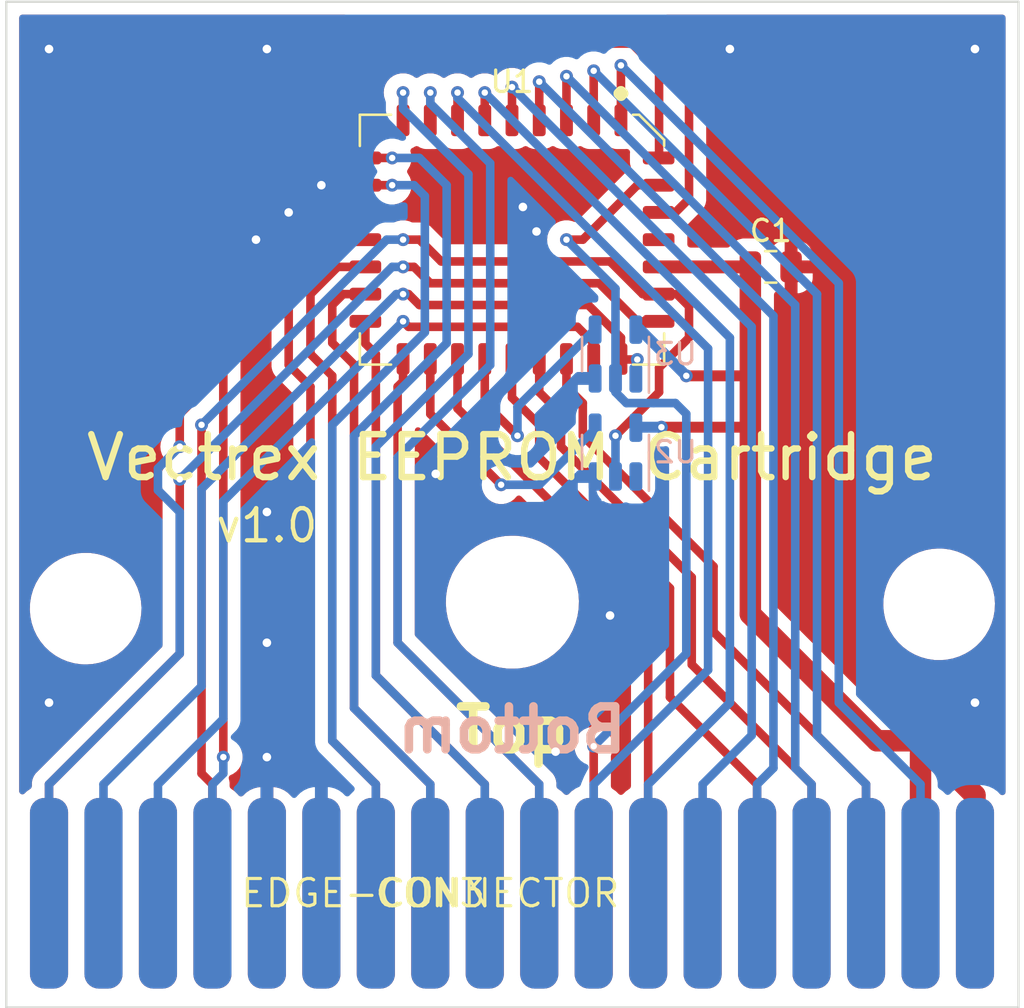
<source format=kicad_pcb>
(kicad_pcb (version 20211014) (generator pcbnew)
  (layers (0 "F.Cu" signal) (31 "B.Cu" signal) (34 "B.Paste" user) (35 "F.Paste" user) (36 "B.SilkS" user "B.Silkscreen") (37 "F.SilkS" user "F.Silkscreen") (38 "B.Mask" user) (39 "F.Mask" user) (44 "Edge.Cuts" user))
  (net 0 "")
  (net 1 "GND")
  (net 2 "+5V")
  (net 3 "/V-A7")
  (net 4 "/V-A6")
  (net 5 "/V-A8")
  (net 6 "/V-A5")
  (net 7 "/V-A9")
  (net 8 "/V-A4")
  (net 9 "/V-A11")
  (net 10 "/V-A3")
  (net 11 "/V-A2")
  (net 12 "/V-A10")
  (net 13 "/V-A1")
  (net 14 "/V-CE")
  (net 15 "/V-A0")
  (net 16 "/V-D7")
  (net 17 "/V-D0")
  (net 18 "/V-D6")
  (net 19 "/V-D1")
  (net 20 "/V-D5")
  (net 21 "/V-D2")
  (net 22 "/V-D4")
  (net 23 "/V-D3")
  (net 24 "/V-A12")
  (net 25 "/V-A13")
  (net 27 "/V-A14")
  (net 30 "/V-RW")
  (net 31 "/PB6")
  (net 32 "/IRQ")
  (net 34 "Net-(U1-Pad22)")
  (net 35 "Net-(U1-Pad24)")
  (footprint "Package_LCC:PLCC-32_11.4x14.0mm_P1.27mm" (layer "F.Cu") (at 157.48 83.82 -90)
    (fp_text reference "U1" (at -7.366 0 180) (layer "F.SilkS"))
    (fp_text value "SST39SF020")
    (fp_line (start -4.37 -7.095) (end -4.652782 -7.095) (layer "F.SilkS") (width 0.12))
    (fp_line (start -4.37 7.095) (end -5.825 7.095) (layer "F.SilkS") (width 0.12))
    (fp_line (start -5.825 -5.922782) (end -5.825 -5.64) (layer "F.SilkS") (width 0.12))
    (fp_line (start 4.37 7.095) (end 5.825 7.095) (layer "F.SilkS") (width 0.12))
    (fp_line (start -5.825 7.095) (end -5.825 5.64) (layer "F.SilkS") (width 0.12))
    (fp_line (start 5.825 7.095) (end 5.825 5.64) (layer "F.SilkS") (width 0.12))
    (fp_line (start -4.652782 -7.095) (end -5.825 -5.922782) (layer "F.SilkS") (width 0.12))
    (fp_line (start 4.37 -7.095) (end 5.825 -7.095) (layer "F.SilkS") (width 0.12))
    (fp_line (start 5.825 -7.095) (end 5.825 -5.64) (layer "F.SilkS") (width 0.12))
    (pad "1" smd roundrect (at 0 -6.8375 270) (size 0.6 1.475) (layers "F.Cu" "F.Paste" "F.Mask"))
    (pad "2" smd roundrect (at -1.27 -6.8375 270) (size 0.6 1.475) (layers "F.Cu" "F.Paste" "F.Mask") (net 31 "/PB6"))
    (pad "3" smd roundrect (at -2.54 -6.8375 270) (size 0.6 1.475) (layers "F.Cu" "F.Paste" "F.Mask") (net 14 "/V-CE"))
    (pad "4" smd roundrect (at -3.81 -6.8375 270) (size 0.6 1.475) (layers "F.Cu" "F.Paste" "F.Mask") (net 24 "/V-A12"))
    (pad "5" smd roundrect (at -5.5625 -5.08 270) (size 1.475 0.6) (layers "F.Cu" "F.Paste" "F.Mask") (net 3 "/V-A7"))
    (pad "6" smd roundrect (at -5.5625 -3.81 270) (size 1.475 0.6) (layers "F.Cu" "F.Paste" "F.Mask") (net 4 "/V-A6"))
    (pad "7" smd roundrect (at -5.5625 -2.54 270) (size 1.475 0.6) (layers "F.Cu" "F.Paste" "F.Mask") (net 6 "/V-A5"))
    (pad "8" smd roundrect (at -5.5625 -1.27 270) (size 1.475 0.6) (layers "F.Cu" "F.Paste" "F.Mask") (net 8 "/V-A4"))
    (pad "9" smd roundrect (at -5.5625 0 270) (size 1.475 0.6) (layers "F.Cu" "F.Paste" "F.Mask") (net 10 "/V-A3"))
    (pad "10" smd roundrect (at -5.5625 1.27 270) (size 1.475 0.6) (layers "F.Cu" "F.Paste" "F.Mask") (net 11 "/V-A2"))
    (pad "11" smd roundrect (at -5.5625 2.54 270) (size 1.475 0.6) (layers "F.Cu" "F.Paste" "F.Mask") (net 13 "/V-A1"))
    (pad "12" smd roundrect (at -5.5625 3.81 270) (size 1.475 0.6) (layers "F.Cu" "F.Paste" "F.Mask") (net 15 "/V-A0"))
    (pad "13" smd roundrect (at -5.5625 5.08 270) (size 1.475 0.6) (layers "F.Cu" "F.Paste" "F.Mask") (net 17 "/V-D0"))
    (pad "14" smd roundrect (at -3.81 6.8375 270) (size 0.6 1.475) (layers "F.Cu" "F.Paste" "F.Mask") (net 19 "/V-D1"))
    (pad "15" smd roundrect (at -2.54 6.8375 270) (size 0.6 1.475) (layers "F.Cu" "F.Paste" "F.Mask") (net 21 "/V-D2"))
    (pad "16" smd roundrect (at -1.27 6.8375 270) (size 0.6 1.475) (layers "F.Cu" "F.Paste" "F.Mask") (net 1 "GND"))
    (pad "17" smd roundrect (at 0 6.8375 270) (size 0.6 1.475) (layers "F.Cu" "F.Paste" "F.Mask") (net 23 "/V-D3"))
    (pad "18" smd roundrect (at 1.27 6.8375 270) (size 0.6 1.475) (layers "F.Cu" "F.Paste" "F.Mask") (net 22 "/V-D4"))
    (pad "19" smd roundrect (at 2.54 6.8375 270) (size 0.6 1.475) (layers "F.Cu" "F.Paste" "F.Mask") (net 20 "/V-D5"))
    (pad "20" smd roundrect (at 3.81 6.8375 270) (size 0.6 1.475) (layers "F.Cu" "F.Paste" "F.Mask") (net 18 "/V-D6"))
    (pad "21" smd roundrect (at 5.5625 5.08 270) (size 1.475 0.6) (layers "F.Cu" "F.Paste" "F.Mask") (net 16 "/V-D7"))
    (pad "22" smd roundrect (at 5.5625 3.81 270) (size 1.475 0.6) (layers "F.Cu" "F.Paste" "F.Mask") (net 34 "Net-(U1-Pad22)"))
    (pad "23" smd roundrect (at 5.5625 2.54 270) (size 1.475 0.6) (layers "F.Cu" "F.Paste" "F.Mask") (net 12 "/V-A10"))
    (pad "24" smd roundrect (at 5.5625 1.27 270) (size 1.475 0.6) (layers "F.Cu" "F.Paste" "F.Mask") (net 35 "Net-(U1-Pad24)"))
    (pad "25" smd roundrect (at 5.5625 0 270) (size 1.475 0.6) (layers "F.Cu" "F.Paste" "F.Mask") (net 9 "/V-A11"))
    (pad "26" smd roundrect (at 5.5625 -1.27 270) (size 1.475 0.6) (layers "F.Cu" "F.Paste" "F.Mask") (net 7 "/V-A9"))
    (pad "27" smd roundrect (at 5.5625 -2.54 270) (size 1.475 0.6) (layers "F.Cu" "F.Paste" "F.Mask") (net 5 "/V-A8"))
    (pad "28" smd roundrect (at 5.5625 -3.81 270) (size 1.475 0.6) (layers "F.Cu" "F.Paste" "F.Mask") (net 25 "/V-A13"))
    (pad "29" smd roundrect (at 5.5625 -5.08 270) (size 1.475 0.6) (layers "F.Cu" "F.Paste" "F.Mask") (net 27 "/V-A14"))
    (pad "30" smd roundrect (at 3.81 -6.8375 270) (size 0.6 1.475) (layers "F.Cu" "F.Paste" "F.Mask") (net 32 "/IRQ"))
    (pad "31" smd roundrect (at 2.54 -6.8375 270) (size 0.6 1.475) (layers "F.Cu" "F.Paste" "F.Mask") (net 30 "/V-RW"))
    (pad "32" smd roundrect (at 1.27 -6.8375 270) (size 0.6 1.475) (layers "F.Cu" "F.Paste" "F.Mask") (net 2 "+5V"))
  )
  (footprint "vectrex:EDGE-CONNECTOR" (layer "F.Cu") (at 153.67 114.3 180)
    (fp_text reference "CON3" (at 0 0 180) (layer "F.SilkS") (effects (font (size 1.27 1.27))))
    (fp_text value "EDGE-CONNECTOR" (at 0 0 180) (layer "F.SilkS") (effects (font (size 1.27 1.27))))
    (pad "1" smd roundrect locked (at -25.4 0) (size 1.778 8.89) (layers "B.Cu" "B.Paste" "B.Mask") (roundrect_rratio 0.375))
    (pad "2" smd roundrect locked (at -25.4 0) (size 1.778 8.89) (layers "F.Cu" "F.Paste" "F.Mask") (roundrect_rratio 0.375) (net 2 "+5V"))
    (pad "3" smd roundrect locked (at -22.86 0) (size 1.778 8.89) (layers "B.Cu" "B.Paste" "B.Mask") (roundrect_rratio 0.375) (net 3 "/V-A7"))
    (pad "4" smd roundrect locked (at -22.86 0) (size 1.778 8.89) (layers "F.Cu" "F.Paste" "F.Mask") (roundrect_rratio 0.375) (net 2 "+5V"))
    (pad "5" smd roundrect locked (at -20.32 0) (size 1.778 8.89) (layers "B.Cu" "B.Paste" "B.Mask") (roundrect_rratio 0.375) (net 4 "/V-A6"))
    (pad "6" smd roundrect locked (at -20.32 0) (size 1.778 8.89) (layers "F.Cu" "F.Paste" "F.Mask") (roundrect_rratio 0.375) (net 5 "/V-A8"))
    (pad "7" smd roundrect locked (at -17.78 0) (size 1.778 8.89) (layers "B.Cu" "B.Paste" "B.Mask") (roundrect_rratio 0.375) (net 6 "/V-A5"))
    (pad "8" smd roundrect locked (at -17.78 0) (size 1.778 8.89) (layers "F.Cu" "F.Paste" "F.Mask") (roundrect_rratio 0.375) (net 7 "/V-A9"))
    (pad "9" smd roundrect locked (at -15.24 0) (size 1.778 8.89) (layers "B.Cu" "B.Paste" "B.Mask") (roundrect_rratio 0.375) (net 8 "/V-A4"))
    (pad "10" smd roundrect locked (at -15.24 0) (size 1.778 8.89) (layers "F.Cu" "F.Paste" "F.Mask") (roundrect_rratio 0.375) (net 9 "/V-A11"))
    (pad "11" smd roundrect locked (at -12.7 0) (size 1.778 8.89) (layers "B.Cu" "B.Paste" "B.Mask") (roundrect_rratio 0.375) (net 10 "/V-A3"))
    (pad "12" smd roundrect locked (at -12.7 0) (size 1.778 8.89) (layers "F.Cu" "F.Paste" "F.Mask") (roundrect_rratio 0.375))
    (pad "13" smd roundrect locked (at -10.16 0) (size 1.778 8.89) (layers "B.Cu" "B.Paste" "B.Mask") (roundrect_rratio 0.375) (net 11 "/V-A2"))
    (pad "14" smd roundrect locked (at -10.16 0) (size 1.778 8.89) (layers "F.Cu" "F.Paste" "F.Mask") (roundrect_rratio 0.375) (net 12 "/V-A10"))
    (pad "15" smd roundrect locked (at -7.62 0) (size 1.778 8.89) (layers "B.Cu" "B.Paste" "B.Mask") (roundrect_rratio 0.375) (net 13 "/V-A1"))
    (pad "16" smd roundrect locked (at -7.62 0) (size 1.778 8.89) (layers "F.Cu" "F.Paste" "F.Mask") (roundrect_rratio 0.375) (net 14 "/V-CE"))
    (pad "17" smd roundrect locked (at -5.08 0) (size 1.778 8.89) (layers "B.Cu" "B.Paste" "B.Mask") (roundrect_rratio 0.375) (net 15 "/V-A0"))
    (pad "18" smd roundrect locked (at -5.08 0) (size 1.778 8.89) (layers "F.Cu" "F.Paste" "F.Mask") (roundrect_rratio 0.375) (net 16 "/V-D7"))
    (pad "19" smd roundrect locked (at -2.54 0) (size 1.778 8.89) (layers "B.Cu" "B.Paste" "B.Mask") (roundrect_rratio 0.375) (net 17 "/V-D0"))
    (pad "20" smd roundrect locked (at -2.54 0) (size 1.778 8.89) (layers "F.Cu" "F.Paste" "F.Mask") (roundrect_rratio 0.375) (net 18 "/V-D6"))
    (pad "21" smd roundrect locked (at 0 0) (size 1.778 8.89) (layers "B.Cu" "B.Paste" "B.Mask") (roundrect_rratio 0.375) (net 19 "/V-D1"))
    (pad "22" smd roundrect locked (at 0 0) (size 1.778 8.89) (layers "F.Cu" "F.Paste" "F.Mask") (roundrect_rratio 0.375) (net 20 "/V-D5"))
    (pad "23" smd roundrect locked (at 2.54 0) (size 1.778 8.89) (layers "B.Cu" "B.Paste" "B.Mask") (roundrect_rratio 0.375) (net 21 "/V-D2"))
    (pad "24" smd roundrect locked (at 2.54 0) (size 1.778 8.89) (layers "F.Cu" "F.Paste" "F.Mask") (roundrect_rratio 0.375) (net 22 "/V-D4"))
    (pad "25" smd roundrect locked (at 5.08 0) (size 1.778 8.89) (layers "B.Cu" "B.Paste" "B.Mask") (roundrect_rratio 0.375) (net 1 "GND"))
    (pad "26" smd roundrect locked (at 5.08 0) (size 1.778 8.89) (layers "F.Cu" "F.Paste" "F.Mask") (roundrect_rratio 0.375) (net 23 "/V-D3"))
    (pad "27" smd roundrect locked (at 7.62 0) (size 1.778 8.89) (layers "B.Cu" "B.Paste" "B.Mask") (roundrect_rratio 0.375) (net 1 "GND"))
    (pad "28" smd roundrect locked (at 7.62 0) (size 1.778 8.89) (layers "F.Cu" "F.Paste" "F.Mask") (roundrect_rratio 0.375) (net 1 "GND"))
    (pad "29" smd roundrect locked (at 10.16 0) (size 1.778 8.89) (layers "B.Cu" "B.Paste" "B.Mask") (roundrect_rratio 0.375) (net 24 "/V-A12"))
    (pad "30" smd roundrect locked (at 10.16 0) (size 1.778 8.89) (layers "F.Cu" "F.Paste" "F.Mask") (roundrect_rratio 0.375) (net 30 "/V-RW"))
    (pad "31" smd roundrect locked (at 12.7 0) (size 1.778 8.89) (layers "B.Cu" "B.Paste" "B.Mask") (roundrect_rratio 0.375) (net 25 "/V-A13"))
    (pad "32" smd roundrect locked (at 12.7 0) (size 1.778 8.89) (layers "F.Cu" "F.Paste" "F.Mask") (roundrect_rratio 0.375))
    (pad "33" smd roundrect locked (at 15.24 0) (size 1.778 8.89) (layers "B.Cu" "B.Paste" "B.Mask") (roundrect_rratio 0.375) (net 27 "/V-A14"))
    (pad "34" smd roundrect locked (at 15.24 0) (size 1.778 8.89) (layers "F.Cu" "F.Paste" "F.Mask") (roundrect_rratio 0.375))
    (pad "35" smd roundrect locked (at 17.78 0) (size 1.778 8.89) (layers "B.Cu" "B.Paste" "B.Mask") (roundrect_rratio 0.375) (net 31 "/PB6"))
    (pad "36" smd roundrect locked (at 17.78 0) (size 1.778 8.89) (layers "F.Cu" "F.Paste" "F.Mask") (roundrect_rratio 0.375) (net 32 "/IRQ"))
  )
  (footprint "" (layer "F.Cu") (at 177.398 100.8256 -90)
    (fp_text reference "@HOLE1" hide)
    (fp_text value "" (at 0 0 90) (layer "F.SilkS") (effects (font (size 1.27 1.27))))
    (pad "" np_thru_hole circle locked (at 0 0 270) (size 4 4) (drill 4) (layers *.Cu *.Mask))
  )
  (footprint "" (layer "F.Cu") (at 157.498 100.7256 -90)
    (fp_text reference "@HOLE0" hide)
    (fp_text value "" (at 0 0 90) (layer "F.SilkS") (effects (font (size 1.27 1.27))))
    (pad "" np_thru_hole circle locked (at 0 0 270) (size 5 5) (drill 5) (layers *.Cu *.Mask))
  )
  (footprint "" (layer "F.Cu") (at 137.598 101.0256 -90)
    (fp_text reference "@HOLE2" hide)
    (fp_text value "" (at 0 0 90) (layer "F.SilkS") (effects (font (size 1.27 1.27))))
    (pad "" np_thru_hole circle locked (at 0 0 270) (size 4 4) (drill 4) (layers *.Cu *.Mask))
  )
  (footprint "Capacitor_SMD:C_0805_2012Metric" (layer "F.Cu") (at 169.545 85.09)
    (fp_text reference "C1" (at 0 -1.68) (layer "F.SilkS"))
    (fp_text value "100n")
    (fp_line (start -0.261252 -0.735) (end 0.261252 -0.735) (layer "F.SilkS") (width 0.12))
    (fp_line (start -0.261252 0.735) (end 0.261252 0.735) (layer "F.SilkS") (width 0.12))
    (pad "1" smd roundrect locked (at -0.95 0) (size 1 1.45) (layers "F.Cu" "F.Paste" "F.Mask") (net 2 "+5V"))
    (pad "2" smd roundrect locked (at 0.95 0) (size 1 1.45) (layers "F.Cu" "F.Paste" "F.Mask") (net 1 "GND"))
  )
  (footprint "Package_TO_SOT_SMD:SOT-23-5" (layer "B.Cu") (at 162.306 93.726 90)
    (fp_text reference "U2" (at 0 2.794) (layer "B.SilkS") (effects (justify mirror)))
    (fp_text value "74AHC1G04")
    (fp_line (start 0 -1.56) (end -0.8 -1.56) (layer "B.SilkS") (width 0.12))
    (fp_line (start 0 -1.56) (end 0.8 -1.56) (layer "B.SilkS") (width 0.12))
    (fp_line (start 0 1.56) (end 0.8 1.56) (layer "B.SilkS") (width 0.12))
    (fp_line (start 0 1.56) (end -1.8 1.56) (layer "B.SilkS") (width 0.12))
    (pad "1" smd roundrect (at -1.1375 0.95 90) (size 1.325 0.6) (layers "B.Cu" "B.Paste" "B.Mask"))
    (pad "2" smd roundrect (at -1.1375 0 90) (size 1.325 0.6) (layers "B.Cu" "B.Paste" "B.Mask") (net 30 "/V-RW"))
    (pad "3" smd roundrect (at -1.1375 -0.95 90) (size 1.325 0.6) (layers "B.Cu" "B.Paste" "B.Mask") (net 1 "GND"))
    (pad "4" smd roundrect (at 1.1375 -0.95 90) (size 1.325 0.6) (layers "B.Cu" "B.Paste" "B.Mask") (net 34 "Net-(U1-Pad22)"))
    (pad "5" smd roundrect (at 1.1375 0.95 90) (size 1.325 0.6) (layers "B.Cu" "B.Paste" "B.Mask") (net 2 "+5V"))
  )
  (footprint "Package_TO_SOT_SMD:SOT-23-5" (layer "B.Cu") (at 162.306 89.154 90)
    (fp_text reference "U3" (at 0 2.794) (layer "B.SilkS") (effects (justify mirror)))
    (fp_text value "74AHC1G08")
    (fp_line (start 0 -1.56) (end 0.8 -1.56) (layer "B.SilkS") (width 0.12))
    (fp_line (start 0 1.56) (end -1.8 1.56) (layer "B.SilkS") (width 0.12))
    (fp_line (start 0 -1.56) (end -0.8 -1.56) (layer "B.SilkS") (width 0.12))
    (fp_line (start 0 1.56) (end 0.8 1.56) (layer "B.SilkS") (width 0.12))
    (pad "1" smd roundrect (at -1.1375 0.95 90) (size 1.325 0.6) (layers "B.Cu" "B.Paste" "B.Mask") (net 27 "/V-A14"))
    (pad "2" smd roundrect (at -1.1375 0 90) (size 1.325 0.6) (layers "B.Cu" "B.Paste" "B.Mask") (net 14 "/V-CE"))
    (pad "3" smd roundrect (at -1.1375 -0.95 90) (size 1.325 0.6) (layers "B.Cu" "B.Paste" "B.Mask") (net 1 "GND"))
    (pad "4" smd roundrect (at 1.1375 -0.95 90) (size 1.325 0.6) (layers "B.Cu" "B.Paste" "B.Mask") (net 35 "Net-(U1-Pad24)"))
    (pad "5" smd roundrect (at 1.1375 0.95 90) (size 1.325 0.6) (layers "B.Cu" "B.Paste" "B.Mask") (net 2 "+5V"))
  )
  (gr_line locked (start 181.098 72.7256) (end 133.898 72.7256) (layer "Edge.Cuts") (width 0.1))
  (gr_line locked (start 181.098 119.6256) (end 181.098 72.7256) (layer "Edge.Cuts") (width 0.1))
  (gr_line locked (start 133.898 119.6256) (end 181.098 119.6256) (layer "Edge.Cuts") (width 0.1))
  (gr_line locked (start 133.898 72.7256) (end 133.898 119.6256) (layer "Edge.Cuts") (width 0.1))
  (gr_text "Bottom" (at 157.48 106.68) (layer "B.SilkS") (effects (font (size 2 2) (thickness 0.4)) (justify mirror)))
  (gr_text "Top" (at 157.48 106.68) (layer "F.SilkS") (effects (font (size 2 2) (thickness 0.4))))
  (gr_text "v1.0" (at 146.05 97.155) (layer "F.SilkS") (effects (font (size 1.5 1.5) (thickness 0.2))))
  (gr_text "." (at 162.56 76.2) (layer "F.SilkS") (effects (font (size 2 2) (thickness 0.5))))
  (gr_text "Vectrex EEPROM Cartridge" (at 157.48 93.98) (layer "F.SilkS") (effects (font (size 2 2) (thickness 0.3))))
  (via (at 179.07 74.93) (size 0.8) (drill 0.4) (layers "F.Cu" "B.Cu") (net 1))
  (via (at 179.07 105.41) (size 0.8) (drill 0.4) (layers "F.Cu" "B.Cu") (net 1))
  (via (at 162.052 101.346) (size 0.8) (drill 0.4) (layers "F.Cu" "B.Cu") (net 1))
  (via (at 135.89 74.93) (size 0.8) (drill 0.4) (layers "F.Cu" "B.Cu") (net 1))
  (via (at 146.05 102.616) (size 0.8) (drill 0.4) (layers "F.Cu" "B.Cu") (net 1))
  (via (at 153.924 94.742) (size 0.8) (drill 0.4) (layers "F.Cu" "B.Cu") (net 1))
  (via (at 157.988 82.296) (size 0.8) (drill 0.4) (layers "F.Cu" "B.Cu") (net 1))
  (via (at 148.59 81.28) (size 0.8) (drill 0.4) (layers "F.Cu" "B.Cu") (net 1))
  (via (at 167.64 74.93) (size 0.8) (drill 0.4) (layers "F.Cu" "B.Cu") (net 1))
  (via (at 147.066 82.55) (size 0.8) (drill 0.4) (layers "F.Cu" "B.Cu") (net 1))
  (via (at 135.89 105.41) (size 0.8) (drill 0.4) (layers "F.Cu" "B.Cu") (net 1))
  (via (at 159.512 107.696) (size 0.8) (drill 0.4) (layers "F.Cu" "B.Cu") (net 1))
  (via (at 145.542 83.82) (size 0.8) (drill 0.4) (layers "F.Cu" "B.Cu") (net 1))
  (via (at 146.05 74.93) (size 0.8) (drill 0.4) (layers "F.Cu" "B.Cu") (net 1))
  (via (at 146.05 96.52) (size 0.8) (drill 0.4) (layers "F.Cu" "B.Cu") (net 1))
  (via (at 158.623 83.439) (size 0.8) (drill 0.4) (layers "F.Cu" "B.Cu") (net 1))
  (via (at 146.05 107.95) (size 0.8) (drill 0.4) (layers "F.Cu" "B.Cu") (net 1))
  (segment (start 176.53 107.188) (end 176.53 114.3) (width 1) (layer "F.Cu") (net 2))
  (segment (start 164.448 92.566) (end 168.275 92.566) (width 0.51) (layer "F.Cu") (net 2))
  (segment (start 165.608 90.17) (end 168.275 90.17) (width 0.51) (layer "F.Cu") (net 2))
  (segment (start 164.3175 85.09) (end 168.595 85.09) (width 0.6) (layer "F.Cu") (net 2))
  (segment (start 168.595 101.285) (end 168.595 85.09) (width 1) (layer "F.Cu") (net 2))
  (segment (start 174.498 107.188) (end 168.595 101.285) (width 1) (layer "F.Cu") (net 2))
  (segment (start 179.07 109.728) (end 179.07 114.3) (width 1) (layer "F.Cu") (net 2))
  (segment (start 176.53 107.188) (end 174.498 107.188) (width 1) (layer "F.Cu") (net 2))
  (segment (start 176.53 107.188) (end 179.07 109.728) (width 1) (layer "F.Cu") (net 2))
  (via (at 164.448 92.566) (size 0.6) (drill 0.3) (layers "F.Cu" "B.Cu") (net 2))
  (via (at 165.608 90.17) (size 0.6) (drill 0.3) (layers "F.Cu" "B.Cu") (net 2))
  (segment (start 164.448 92.566) (end 163.256 92.566) (width 0.51) (layer "B.Cu") (net 2))
  (segment (start 165.608 90.17) (end 163.432 87.994) (width 0.51) (layer "B.Cu") (net 2))
  (segment (start 163.432 87.994) (end 163.256 87.994) (width 0.51) (layer "B.Cu") (net 2))
  (segment (start 162.56 75.692) (end 162.56 78.2575) (width 0.4) (layer "F.Cu") (net 3))
  (via (at 162.56 75.692) (size 0.6) (drill 0.3) (layers "F.Cu" "B.Cu") (net 3))
  (segment (start 172.72 105.41) (end 176.53 109.22) (width 0.4) (layer "B.Cu") (net 3))
  (segment (start 162.56 75.692) (end 172.72 85.852) (width 0.4) (layer "B.Cu") (net 3))
  (segment (start 172.72 85.852) (end 172.72 105.41) (width 0.4) (layer "B.Cu") (net 3))
  (segment (start 176.53 109.22) (end 176.53 114.3) (width 0.4) (layer "B.Cu") (net 3))
  (segment (start 161.29 75.946) (end 161.29 78.2575) (width 0.4) (layer "F.Cu") (net 4))
  (via (at 161.29 75.946) (size 0.6) (drill 0.3) (layers "F.Cu" "B.Cu") (net 4))
  (segment (start 161.29 75.946) (end 171.704 86.36) (width 0.4) (layer "B.Cu") (net 4))
  (segment (start 171.704 106.934) (end 173.99 109.22) (width 0.4) (layer "B.Cu") (net 4))
  (segment (start 173.99 109.22) (end 173.99 114.3) (width 0.4) (layer "B.Cu") (net 4))
  (segment (start 171.704 86.36) (end 171.704 106.934) (width 0.4) (layer "B.Cu") (net 4))
  (segment (start 173.99 114.3) (end 173.99 109.22) (width 0.4) (layer "F.Cu") (net 5))
  (segment (start 166.878 99.06) (end 160.782 92.964) (width 0.4) (layer "F.Cu") (net 5))
  (segment (start 173.99 109.22) (end 166.878 102.108) (width 0.4) (layer "F.Cu") (net 5))
  (segment (start 166.878 102.108) (end 166.878 99.06) (width 0.4) (layer "F.Cu") (net 5))
  (segment (start 160.782 91.44) (end 160.02 90.678) (width 0.4) (layer "F.Cu") (net 5))
  (segment (start 160.782 92.964) (end 160.782 91.44) (width 0.4) (layer "F.Cu") (net 5))
  (segment (start 160.02 90.678) (end 160.02 89.3825) (width 0.4) (layer "F.Cu") (net 5))
  (segment (start 160.02 76.2) (end 160.02 78.2575) (width 0.4) (layer "F.Cu") (net 6))
  (via (at 160.02 76.2) (size 0.6) (drill 0.3) (layers "F.Cu" "B.Cu") (net 6))
  (segment (start 170.688 86.868) (end 170.688 108.458) (width 0.4) (layer "B.Cu") (net 6))
  (segment (start 170.688 108.458) (end 171.45 109.22) (width 0.4) (layer "B.Cu") (net 6))
  (segment (start 160.02 76.2) (end 170.688 86.868) (width 0.4) (layer "B.Cu") (net 6))
  (segment (start 171.45 109.22) (end 171.45 114.3) (width 0.4) (layer "B.Cu") (net 6))
  (segment (start 159.766 93.472) (end 159.766 91.948) (width 0.4) (layer "F.Cu") (net 7))
  (segment (start 171.45 114.3) (end 171.45 109.22) (width 0.4) (layer "F.Cu") (net 7))
  (segment (start 158.75 90.932) (end 158.75 89.3825) (width 0.4) (layer "F.Cu") (net 7))
  (segment (start 171.45 109.22) (end 165.862 103.632) (width 0.4) (layer "F.Cu") (net 7))
  (segment (start 165.862 99.568) (end 159.766 93.472) (width 0.4) (layer "F.Cu") (net 7))
  (segment (start 165.862 103.632) (end 165.862 99.568) (width 0.4) (layer "F.Cu") (net 7))
  (segment (start 159.766 91.948) (end 158.75 90.932) (width 0.4) (layer "F.Cu") (net 7))
  (segment (start 158.75 76.454) (end 158.75 78.2575) (width 0.4) (layer "F.Cu") (net 8))
  (via (at 158.75 76.454) (size 0.6) (drill 0.3) (layers "F.Cu" "B.Cu") (net 8))
  (segment (start 169.672 87.376) (end 169.672 108.458) (width 0.4) (layer "B.Cu") (net 8))
  (segment (start 169.672 108.458) (end 168.91 109.22) (width 0.4) (layer "B.Cu") (net 8))
  (segment (start 168.91 109.22) (end 168.91 114.3) (width 0.4) (layer "B.Cu") (net 8))
  (segment (start 158.75 76.454) (end 169.672 87.376) (width 0.4) (layer "B.Cu") (net 8))
  (segment (start 168.91 114.3) (end 168.91 109.22) (width 0.4) (layer "F.Cu") (net 9))
  (segment (start 157.48 91.186) (end 157.48 89.3825) (width 0.4) (layer "F.Cu") (net 9))
  (segment (start 158.75 92.456) (end 157.48 91.186) (width 0.4) (layer "F.Cu") (net 9))
  (segment (start 164.846 105.156) (end 164.846 100.076) (width 0.4) (layer "F.Cu") (net 9))
  (segment (start 158.75 93.98) (end 158.75 92.456) (width 0.4) (layer "F.Cu") (net 9))
  (segment (start 168.91 109.22) (end 164.846 105.156) (width 0.4) (layer "F.Cu") (net 9))
  (segment (start 164.846 100.076) (end 158.75 93.98) (width 0.4) (layer "F.Cu") (net 9))
  (segment (start 157.48 76.708) (end 157.48 78.2575) (width 0.4) (layer "F.Cu") (net 10))
  (via (at 157.48 76.708) (size 0.6) (drill 0.3) (layers "F.Cu" "B.Cu") (net 10))
  (segment (start 168.656 106.934) (end 166.37 109.22) (width 0.4) (layer "B.Cu") (net 10))
  (segment (start 166.37 109.22) (end 166.37 114.3) (width 0.4) (layer "B.Cu") (net 10))
  (segment (start 157.48 76.708) (end 168.656 87.884) (width 0.4) (layer "B.Cu") (net 10))
  (segment (start 168.656 87.884) (end 168.656 106.934) (width 0.4) (layer "B.Cu") (net 10))
  (segment (start 156.21 76.962) (end 156.21 78.2575) (width 0.4) (layer "F.Cu") (net 11))
  (via (at 156.21 76.962) (size 0.6) (drill 0.3) (layers "F.Cu" "B.Cu") (net 11))
  (segment (start 156.21 76.962) (end 167.64 88.392) (width 0.4) (layer "B.Cu") (net 11))
  (segment (start 167.64 105.41) (end 163.83 109.22) (width 0.4) (layer "B.Cu") (net 11))
  (segment (start 167.64 88.392) (end 167.64 105.41) (width 0.4) (layer "B.Cu") (net 11))
  (segment (start 163.83 109.22) (end 163.83 114.3) (width 0.4) (layer "B.Cu") (net 11))
  (segment (start 163.83 114.3) (end 163.83 100.584) (width 0.4) (layer "F.Cu") (net 12))
  (segment (start 163.83 100.584) (end 154.94 91.694) (width 0.4) (layer "F.Cu") (net 12))
  (segment (start 154.94 91.694) (end 154.94 89.3825) (width 0.4) (layer "F.Cu") (net 12))
  (segment (start 154.94 76.962) (end 154.94 78.2575) (width 0.4) (layer "F.Cu") (net 13))
  (via (at 154.94 76.962) (size 0.6) (drill 0.3) (layers "F.Cu" "B.Cu") (net 13))
  (segment (start 154.94 77.216) (end 154.94 76.962) (width 0.4) (layer "B.Cu") (net 13))
  (segment (start 166.624 103.886) (end 166.624 88.9) (width 0.4) (layer "B.Cu") (net 13))
  (segment (start 161.29 114.3) (end 161.29 109.22) (width 0.4) (layer "B.Cu") (net 13))
  (segment (start 161.29 109.22) (end 166.624 103.886) (width 0.4) (layer "B.Cu") (net 13))
  (segment (start 166.624 88.9) (end 154.94 77.216) (width 0.4) (layer "B.Cu") (net 13))
  (segment (start 160.02 83.82) (end 160.782 83.82) (width 0.4) (layer "F.Cu") (net 14))
  (segment (start 161.29 107.442) (end 161.29 114.3) (width 0.4) (layer "F.Cu") (net 14))
  (segment (start 163.322 81.28) (end 164.3175 81.28) (width 0.4) (layer "F.Cu") (net 14))
  (segment (start 160.782 83.82) (end 163.322 81.28) (width 0.4) (layer "F.Cu") (net 14))
  (via (at 160.02 83.82) (size 0.6) (drill 0.3) (layers "F.Cu" "B.Cu") (net 14))
  (via (at 161.29 107.442) (size 0.6) (drill 0.3) (layers "F.Cu" "B.Cu") (net 14))
  (segment (start 164.084 91.44) (end 165.1 91.44) (width 0.4) (layer "B.Cu") (net 14))
  (segment (start 160.02 83.82) (end 162.306 86.106) (width 0.4) (layer "B.Cu") (net 14))
  (segment (start 162.306 86.106) (end 162.306 90.314) (width 0.4) (layer "B.Cu") (net 14))
  (segment (start 162.56 91.186) (end 162.814 91.44) (width 0.4) (layer "B.Cu") (net 14))
  (segment (start 165.1 91.44) (end 165.608 91.948) (width 0.4) (layer "B.Cu") (net 14))
  (segment (start 162.306 90.932) (end 162.56 91.186) (width 0.4) (layer "B.Cu") (net 14))
  (segment (start 162.814 91.44) (end 164.084 91.44) (width 0.4) (layer "B.Cu") (net 14))
  (segment (start 165.608 103.124) (end 161.29 107.442) (width 0.4) (layer "B.Cu") (net 14))
  (segment (start 162.306 90.314) (end 162.306 90.932) (width 0.4) (layer "B.Cu") (net 14))
  (segment (start 165.608 91.948) (end 165.608 103.124) (width 0.4) (layer "B.Cu") (net 14))
  (segment (start 153.67 76.962) (end 153.67 78.2575) (width 0.4) (layer "F.Cu") (net 15))
  (via (at 153.67 76.962) (size 0.6) (drill 0.3) (layers "F.Cu" "B.Cu") (net 15))
  (segment (start 152.146 93.98) (end 152.146 102.616) (width 0.4) (layer "B.Cu") (net 15))
  (segment (start 153.67 76.962) (end 153.67 77.47) (width 0.4) (layer "B.Cu") (net 15))
  (segment (start 152.146 102.616) (end 158.75 109.22) (width 0.4) (layer "B.Cu") (net 15))
  (segment (start 153.67 77.47) (end 156.464 80.264) (width 0.4) (layer "B.Cu") (net 15))
  (segment (start 158.75 109.22) (end 158.75 114.3) (width 0.4) (layer "B.Cu") (net 15))
  (segment (start 156.464 80.264) (end 156.464 89.662) (width 0.4) (layer "B.Cu") (net 15))
  (segment (start 156.464 89.662) (end 152.146 93.98) (width 0.4) (layer "B.Cu") (net 15))
  (segment (start 158.75 109.22) (end 152.146 102.616) (width 0.4) (layer "F.Cu") (net 16))
  (segment (start 152.146 90.678) (end 152.4 90.424) (width 0.4) (layer "F.Cu") (net 16))
  (segment (start 152.146 102.616) (end 152.146 90.678) (width 0.4) (layer "F.Cu") (net 16))
  (segment (start 152.4 90.424) (end 152.4 89.3825) (width 0.4) (layer "F.Cu") (net 16))
  (segment (start 158.75 114.3) (end 158.75 109.22) (width 0.4) (layer "F.Cu") (net 16))
  (segment (start 152.4 78.2575) (end 152.4 76.962) (width 0.4) (layer "F.Cu") (net 17))
  (via (at 152.4 76.962) (size 0.6) (drill 0.3) (layers "F.Cu" "B.Cu") (net 17))
  (segment (start 151.13 93.472) (end 151.13 104.14) (width 0.4) (layer "B.Cu") (net 17))
  (segment (start 155.448 89.154) (end 151.13 93.472) (width 0.4) (layer "B.Cu") (net 17))
  (segment (start 155.448 80.772) (end 155.448 89.154) (width 0.4) (layer "B.Cu") (net 17))
  (segment (start 152.4 77.724) (end 155.448 80.772) (width 0.4) (layer "B.Cu") (net 17))
  (segment (start 151.13 104.14) (end 156.21 109.22) (width 0.4) (layer "B.Cu") (net 17))
  (segment (start 152.4 76.962) (end 152.4 77.724) (width 0.4) (layer "B.Cu") (net 17))
  (segment (start 156.21 109.22) (end 156.21 114.3) (width 0.4) (layer "B.Cu") (net 17))
  (segment (start 151.13 89.154) (end 151.13 104.14) (width 0.4) (layer "F.Cu") (net 18))
  (segment (start 150.6425 88.6665) (end 151.13 89.154) (width 0.4) (layer "F.Cu") (net 18))
  (segment (start 151.13 104.14) (end 156.21 109.22) (width 0.4) (layer "F.Cu") (net 18))
  (segment (start 156.21 109.22) (end 156.21 114.3) (width 0.4) (layer "F.Cu") (net 18))
  (segment (start 150.6425 87.63) (end 150.6425 88.6665) (width 0.4) (layer "F.Cu") (net 18))
  (segment (start 151.892 80.01) (end 150.6425 80.01) (width 0.4) (layer "F.Cu") (net 19))
  (via (at 151.892 80.01) (size 0.6) (drill 0.3) (layers "F.Cu" "B.Cu") (net 19))
  (segment (start 154.432 81.28) (end 154.432 88.646) (width 0.4) (layer "B.Cu") (net 19))
  (segment (start 153.67 109.22) (end 153.67 114.3) (width 0.4) (layer "B.Cu") (net 19))
  (segment (start 154.432 88.646) (end 150.114 92.964) (width 0.4) (layer "B.Cu") (net 19))
  (segment (start 150.114 92.964) (end 150.114 105.664) (width 0.4) (layer "B.Cu") (net 19))
  (segment (start 153.162 80.01) (end 154.432 81.28) (width 0.4) (layer "B.Cu") (net 19))
  (segment (start 151.892 80.01) (end 153.162 80.01) (width 0.4) (layer "B.Cu") (net 19))
  (segment (start 150.114 105.664) (end 153.67 109.22) (width 0.4) (layer "B.Cu") (net 19))
  (segment (start 149.606 86.36) (end 150.6425 86.36) (width 0.4) (layer "F.Cu") (net 20))
  (segment (start 150.114 105.664) (end 150.114 89.647069) (width 0.4) (layer "F.Cu") (net 20))
  (segment (start 153.67 109.22) (end 150.114 105.664) (width 0.4) (layer "F.Cu") (net 20))
  (segment (start 153.67 114.3) (end 153.67 109.22) (width 0.4) (layer "F.Cu") (net 20))
  (segment (start 150.114 89.647069) (end 149.098 88.631069) (width 0.4) (layer "F.Cu") (net 20))
  (segment (start 149.098 86.868) (end 149.606 86.36) (width 0.4) (layer "F.Cu") (net 20))
  (segment (start 149.098 88.631069) (end 149.098 86.868) (width 0.4) (layer "F.Cu") (net 20))
  (segment (start 151.892 81.28) (end 150.6425 81.28) (width 0.4) (layer "F.Cu") (net 21))
  (via (at 151.892 81.28) (size 0.6) (drill 0.3) (layers "F.Cu" "B.Cu") (net 21))
  (segment (start 151.892 81.28) (end 152.908 81.28) (width 0.4) (layer "B.Cu") (net 21))
  (segment (start 151.13 109.22) (end 151.13 114.3) (width 0.4) (layer "B.Cu") (net 21))
  (segment (start 149.098 107.188) (end 151.13 109.22) (width 0.4) (layer "B.Cu") (net 21))
  (segment (start 153.416 81.788) (end 153.416 88.138) (width 0.4) (layer "B.Cu") (net 21))
  (segment (start 149.098 92.456) (end 149.098 107.188) (width 0.4) (layer "B.Cu") (net 21))
  (segment (start 153.416 88.138) (end 149.098 92.456) (width 0.4) (layer "B.Cu") (net 21))
  (segment (start 152.908 81.28) (end 153.416 81.788) (width 0.4) (layer "B.Cu") (net 21))
  (segment (start 149.352 85.09) (end 150.6425 85.09) (width 0.4) (layer "F.Cu") (net 22))
  (segment (start 148.082 89.154) (end 148.082 86.36) (width 0.4) (layer "F.Cu") (net 22))
  (segment (start 151.13 114.3) (end 151.13 109.22) (width 0.4) (layer "F.Cu") (net 22))
  (segment (start 149.098 107.188) (end 149.098 90.17) (width 0.4) (layer "F.Cu") (net 22))
  (segment (start 148.082 86.36) (end 149.352 85.09) (width 0.4) (layer "F.Cu") (net 22))
  (segment (start 151.13 109.22) (end 149.098 107.188) (width 0.4) (layer "F.Cu") (net 22))
  (segment (start 149.098 90.17) (end 148.082 89.154) (width 0.4) (layer "F.Cu") (net 22))
  (segment (start 147.066 89.662) (end 147.066 85.852) (width 0.4) (layer "F.Cu") (net 23))
  (segment (start 148.082 90.678) (end 147.066 89.662) (width 0.4) (layer "F.Cu") (net 23))
  (segment (start 148.59 109.22) (end 148.082 108.712) (width 0.4) (layer "F.Cu") (net 23))
  (segment (start 148.59 114.3) (end 148.59 109.22) (width 0.4) (layer "F.Cu") (net 23))
  (segment (start 148.082 108.712) (end 148.082 90.678) (width 0.4) (layer "F.Cu") (net 23))
  (segment (start 149.098 83.82) (end 150.6425 83.82) (width 0.4) (layer "F.Cu") (net 23))
  (segment (start 147.066 85.852) (end 149.098 83.82) (width 0.4) (layer "F.Cu") (net 23))
  (segment (start 164.338 75.946) (end 164.338 79.9895) (width 0.4) (layer "F.Cu") (net 24))
  (segment (start 164.338 79.9895) (end 164.3175 80.01) (width 0.4) (layer "F.Cu") (net 24))
  (segment (start 151.384 74.676) (end 163.068 74.676) (width 0.4) (layer "F.Cu") (net 24))
  (segment (start 163.068 74.676) (end 164.338 75.946) (width 0.4) (layer "F.Cu") (net 24))
  (segment (start 144.018 107.95) (end 144.018 82.042) (width 0.4) (layer "F.Cu") (net 24))
  (segment (start 144.018 82.042) (end 151.384 74.676) (width 0.4) (layer "F.Cu") (net 24))
  (via (at 144.018 107.95) (size 0.6) (drill 0.3) (layers "F.Cu" "B.Cu") (net 24))
  (segment (start 144.018 108.712) (end 143.51 109.22) (width 0.4) (layer "B.Cu") (net 24))
  (segment (start 143.51 109.22) (end 143.51 114.3) (width 0.4) (layer "B.Cu") (net 24))
  (segment (start 144.018 107.95) (end 144.018 108.712) (width 0.4) (layer "B.Cu") (net 24))
  (segment (start 152.4 87.63) (end 152.654 87.884) (width 0.4) (layer "F.Cu") (net 25))
  (segment (start 160.528 87.884) (end 161.29 88.646) (width 0.4) (layer "F.Cu") (net 25))
  (segment (start 152.654 87.884) (end 160.528 87.884) (width 0.4) (layer "F.Cu") (net 25))
  (segment (start 161.29 88.646) (end 161.29 89.3825) (width 0.4) (layer "F.Cu") (net 25))
  (via (at 152.4 87.63) (size 0.6) (drill 0.3) (layers "F.Cu" "B.Cu") (net 25))
  (segment (start 140.97 109.22) (end 140.97 114.3) (width 0.4) (layer "B.Cu") (net 25))
  (segment (start 152.4 87.63) (end 144.018 96.012) (width 0.4) (layer "B.Cu") (net 25))
  (segment (start 144.018 96.012) (end 144.018 106.172) (width 0.4) (layer "B.Cu") (net 25))
  (segment (start 144.018 106.172) (end 140.97 109.22) (width 0.4) (layer "B.Cu") (net 25))
  (segment (start 162.56 88.392) (end 162.56 89.3825) (width 0.4) (layer "F.Cu") (net 27))
  (segment (start 152.4 86.36) (end 152.654 86.36) (width 0.4) (layer "F.Cu") (net 27))
  (segment (start 163.322 89.408) (end 162.5855 89.408) (width 0.4) (layer "F.Cu") (net 27))
  (segment (start 162.5855 89.408) (end 162.56 89.3825) (width 0.4) (layer "F.Cu") (net 27))
  (segment (start 152.654 86.36) (end 153.162 86.868) (width 0.4) (layer "F.Cu") (net 27))
  (segment (start 161.036 86.868) (end 162.56 88.392) (width 0.4) (layer "F.Cu") (net 27))
  (segment (start 153.162 86.868) (end 161.036 86.868) (width 0.4) (layer "F.Cu") (net 27))
  (via (at 152.4 86.36) (size 0.6) (drill 0.3) (layers "F.Cu" "B.Cu") (net 27))
  (via (at 163.322 89.408) (size 0.6) (drill 0.3) (layers "F.Cu" "B.Cu") (net 27))
  (segment (start 163.256 89.474) (end 163.322 89.408) (width 0.4) (layer "B.Cu") (net 27))
  (segment (start 138.43 109.22) (end 138.43 114.3) (width 0.4) (layer "B.Cu") (net 27))
  (segment (start 143.002 95.4405) (end 143.002 104.648) (width 0.4) (layer "B.Cu") (net 27))
  (segment (start 152.0825 86.36) (end 143.002 95.4405) (width 0.4) (layer "B.Cu") (net 27))
  (segment (start 143.002 104.648) (end 138.43 109.22) (width 0.4) (layer "B.Cu") (net 27))
  (segment (start 163.256 90.314) (end 163.256 89.474) (width 0.4) (layer "B.Cu") (net 27))
  (segment (start 152.4 86.36) (end 152.0825 86.36) (width 0.4) (layer "B.Cu") (net 27))
  (segment (start 162.052 84.836) (end 163.576 86.36) (width 0.4) (layer "F.Cu") (net 30))
  (segment (start 165.735 86.9315) (end 165.1635 86.36) (width 0.4) (layer "F.Cu") (net 30))
  (segment (start 143.51 109.22) (end 143.51 114.3) (width 0.4) (layer "F.Cu") (net 30))
  (segment (start 143.002 92.456) (end 143.002 108.712) (width 0.4) (layer "F.Cu") (net 30))
  (segment (start 143.002 108.712) (end 143.51 109.22) (width 0.4) (layer "F.Cu") (net 30))
  (segment (start 162.306 92.964) (end 164.338 90.932) (width 0.4) (layer "F.Cu") (net 30))
  (segment (start 164.338 89.789) (end 165.735 88.392) (width 0.4) (layer "F.Cu") (net 30))
  (segment (start 154.178 84.836) (end 162.052 84.836) (width 0.4) (layer "F.Cu") (net 30))
  (segment (start 163.576 86.36) (end 164.3175 86.36) (width 0.4) (layer "F.Cu") (net 30))
  (segment (start 165.735 88.392) (end 165.735 86.9315) (width 0.4) (layer "F.Cu") (net 30))
  (segment (start 164.338 90.932) (end 164.338 89.789) (width 0.4) (layer "F.Cu") (net 30))
  (segment (start 152.4 83.82) (end 153.162 83.82) (width 0.4) (layer "F.Cu") (net 30))
  (segment (start 153.162 83.82) (end 154.178 84.836) (width 0.4) (layer "F.Cu") (net 30))
  (segment (start 165.1635 86.36) (end 164.3175 86.36) (width 0.4) (layer "F.Cu") (net 30))
  (via (at 162.306 92.964) (size 0.6) (drill 0.3) (layers "F.Cu" "B.Cu") (net 30))
  (via (at 152.4 83.82) (size 0.6) (drill 0.3) (layers "F.Cu" "B.Cu") (net 30))
  (via (at 143.002 92.456) (size 0.6) (drill 0.3) (layers "F.Cu" "B.Cu") (net 30))
  (segment (start 151.638 83.82) (end 152.4 83.82) (width 0.4) (layer "B.Cu") (net 30))
  (segment (start 143.002 92.456) (end 151.638 83.82) (width 0.4) (layer "B.Cu") (net 30))
  (segment (start 162.306 92.964) (end 162.306 94.886) (width 0.4) (layer "B.Cu") (net 30))
  (segment (start 141.986 91.948) (end 143.002 90.932) (width 0.4) (layer "F.Cu") (net 31))
  (segment (start 143.002 90.932) (end 143.002 81.4705) (width 0.4) (layer "F.Cu") (net 31))
  (segment (start 165.735 75.819) (end 165.735 81.915) (width 0.4) (layer "F.Cu") (net 31))
  (segment (start 165.1 82.55) (end 164.3175 82.55) (width 0.4) (layer "F.Cu") (net 31))
  (segment (start 150.8125 73.66) (end 163.576 73.66) (width 0.4) (layer "F.Cu") (net 31))
  (segment (start 165.735 81.915) (end 165.1 82.55) (width 0.4) (layer "F.Cu") (net 31))
  (segment (start 141.986 93.472) (end 141.986 91.948) (width 0.4) (layer "F.Cu") (net 31))
  (segment (start 163.576 73.66) (end 165.735 75.819) (width 0.4) (layer "F.Cu") (net 31))
  (segment (start 143.002 81.4705) (end 150.8125 73.66) (width 0.4) (layer "F.Cu") (net 31))
  (via (at 141.986 93.472) (size 0.6) (drill 0.3) (layers "F.Cu" "B.Cu") (net 31))
  (segment (start 141.986 93.472) (end 140.97 94.488) (width 0.4) (layer "B.Cu") (net 31))
  (segment (start 140.97 95.504) (end 141.986 96.52) (width 0.4) (layer "B.Cu") (net 31))
  (segment (start 141.986 103.124) (end 135.89 109.22) (width 0.4) (layer "B.Cu") (net 31))
  (segment (start 135.89 109.22) (end 135.89 114.3) (width 0.4) (layer "B.Cu") (net 31))
  (segment (start 141.986 96.52) (end 141.986 103.124) (width 0.4) (layer "B.Cu") (net 31))
  (segment (start 140.97 94.488) (end 140.97 95.504) (width 0.4) (layer "B.Cu") (net 31))
  (segment (start 153.67 85.852) (end 161.544 85.852) (width 0.4) (layer "F.Cu") (net 32))
  (segment (start 141.986 103.124) (end 135.89 109.22) (width 0.4) (layer "F.Cu") (net 32))
  (segment (start 152.4 85.09) (end 152.908 85.09) (width 0.4) (layer "F.Cu") (net 32))
  (segment (start 152.908 85.09) (end 153.67 85.852) (width 0.4) (layer "F.Cu") (net 32))
  (segment (start 141.986 94.996) (end 141.986 103.124) (width 0.4) (layer "F.Cu") (net 32))
  (segment (start 135.89 109.22) (end 135.89 114.3) (width 0.4) (layer "F.Cu") (net 32))
  (segment (start 163.322 87.63) (end 164.3175 87.63) (width 0.4) (layer "F.Cu") (net 32))
  (segment (start 161.544 85.852) (end 163.322 87.63) (width 0.4) (layer "F.Cu") (net 32))
  (via (at 141.986 94.996) (size 0.6) (drill 0.3) (layers "F.Cu" "B.Cu") (net 32))
  (via (at 152.4 85.09) (size 0.6) (drill 0.3) (layers "F.Cu" "B.Cu") (net 32))
  (segment (start 141.986 94.996) (end 151.892 85.09) (width 0.4) (layer "B.Cu") (net 32))
  (segment (start 151.892 85.09) (end 152.4 85.09) (width 0.4) (layer "B.Cu") (net 32))
  (segment (start 156.972 95.25) (end 153.67 91.948) (width 0.4) (layer "F.Cu") (net 34))
  (segment (start 153.67 91.948) (end 153.67 89.3825) (width 0.4) (layer "F.Cu") (net 34))
  (via (at 156.972 95.25) (size 0.6) (drill 0.3) (layers "F.Cu" "B.Cu") (net 34))
  (segment (start 158.75 95.25) (end 161.356 92.644) (width 0.4) (layer "B.Cu") (net 34))
  (segment (start 156.972 95.25) (end 158.75 95.25) (width 0.4) (layer "B.Cu") (net 34))
  (segment (start 161.356 92.644) (end 161.356 92.566) (width 0.4) (layer "B.Cu") (net 34))
  (segment (start 157.734 92.964) (end 156.21 91.44) (width 0.4) (layer "F.Cu") (net 35))
  (segment (start 156.21 91.44) (end 156.21 89.3825) (width 0.4) (layer "F.Cu") (net 35))
  (via (at 157.734 92.964) (size 0.6) (drill 0.3) (layers "F.Cu" "B.Cu") (net 35))
  (segment (start 157.734 92.964) (end 157.734 91.616) (width 0.4) (layer "B.Cu") (net 35))
  (segment (start 157.734 91.616) (end 161.356 87.994) (width 0.4) (layer "B.Cu") (net 35))
  (zone (net 1) (net_name "GND") (layers F&B.Cu) (connect_pads (clearance 0.6)) (min_thickness 0.3) (fill yes (thermal_gap 0.508) (thermal_bridge_width 0.6))
    (polygon (pts (xy 181.356 110.744) (xy 133.604 110.744) (xy 133.604 72.644) (xy 181.356 72.644)))
  )
)
</source>
